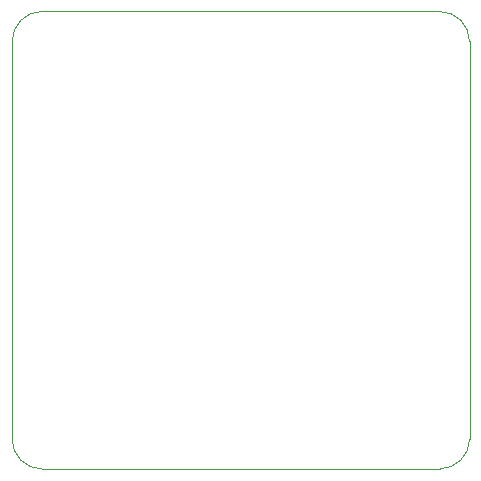
<source format=gbr>
%TF.GenerationSoftware,KiCad,Pcbnew,(6.0.2)*%
%TF.CreationDate,2026-01-28T08:29:43-08:00*%
%TF.ProjectId,i386sx-socket,69333836-7378-42d7-936f-636b65742e6b,1.0*%
%TF.SameCoordinates,Original*%
%TF.FileFunction,Profile,NP*%
%FSLAX46Y46*%
G04 Gerber Fmt 4.6, Leading zero omitted, Abs format (unit mm)*
G04 Created by KiCad (PCBNEW (6.0.2)) date 2026-01-28 08:29:43*
%MOMM*%
%LPD*%
G01*
G04 APERTURE LIST*
%TA.AperFunction,Profile*%
%ADD10C,0.100000*%
%TD*%
G04 APERTURE END LIST*
D10*
X126682500Y-99377500D02*
G75*
G03*
X129222500Y-101917500I2540001J1D01*
G01*
X126682500Y-65722500D02*
X126682500Y-99377500D01*
X162877500Y-101917500D02*
G75*
G03*
X165417500Y-99377500I-1J2540001D01*
G01*
X162877500Y-63182500D02*
X129222500Y-63182500D01*
X129222500Y-101917500D02*
X162877500Y-101917500D01*
X129222500Y-63182500D02*
G75*
G03*
X126682500Y-65722500I1J-2540001D01*
G01*
X165417500Y-99377500D02*
X165417500Y-65722500D01*
X165417500Y-65722500D02*
G75*
G03*
X162877500Y-63182500I-2540001J-1D01*
G01*
M02*

</source>
